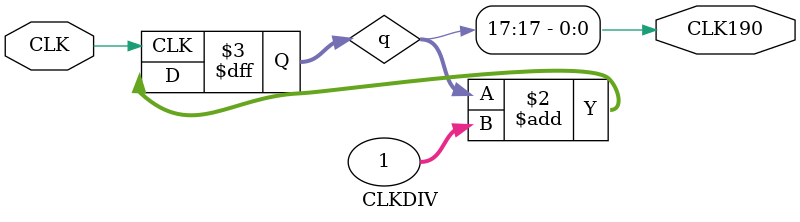
<source format=v>
`timescale 1ns / 1ps

module CLKDIV(
    input CLK,
    output CLK190
    );
    reg [40:0] q;
    always@(posedge CLK) q <= q + 1;
    assign CLK190 = q[17]; 
endmodule

</source>
